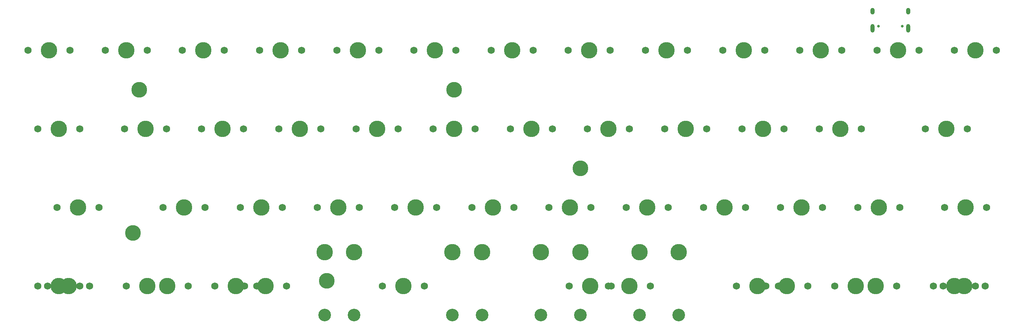
<source format=gbr>
%TF.GenerationSoftware,KiCad,Pcbnew,(7.99.0-267-g8440d7258b)*%
%TF.CreationDate,2023-05-07T03:38:39-07:00*%
%TF.ProjectId,minibaen r2,6d696e69-6261-4656-9e20-72322e6b6963,rev?*%
%TF.SameCoordinates,Original*%
%TF.FileFunction,Soldermask,Top*%
%TF.FilePolarity,Negative*%
%FSLAX46Y46*%
G04 Gerber Fmt 4.6, Leading zero omitted, Abs format (unit mm)*
G04 Created by KiCad (PCBNEW (7.99.0-267-g8440d7258b)) date 2023-05-07 03:38:39*
%MOMM*%
%LPD*%
G01*
G04 APERTURE LIST*
%ADD10C,1.750000*%
%ADD11C,3.987800*%
%ADD12C,3.048000*%
%ADD13C,3.800000*%
%ADD14C,0.650000*%
%ADD15O,1.000000X1.600000*%
%ADD16O,1.000000X2.100000*%
G04 APERTURE END LIST*
D10*
%TO.C,SW25*%
X212075000Y-19050000D03*
D11*
X217155000Y-19050000D03*
D10*
X222235000Y-19050000D03*
%TD*%
D12*
%TO.C,S4*%
X142875000Y-64135000D03*
D11*
X142875000Y-48895000D03*
D12*
X119062500Y-64135000D03*
D11*
X119062500Y-48895000D03*
%TD*%
D10*
%TO.C,SW35*%
X177050000Y-38100000D03*
D11*
X182130000Y-38100000D03*
D10*
X187210000Y-38100000D03*
%TD*%
%TO.C,SW21*%
X130268277Y-19050000D03*
D11*
X135348277Y-19050000D03*
D10*
X140428277Y-19050000D03*
%TD*%
%TO.C,SW31*%
X102330000Y-38100000D03*
D11*
X107410000Y-38100000D03*
D10*
X112490000Y-38100000D03*
%TD*%
%TO.C,SW39*%
X18732500Y-57150000D03*
D11*
X23812500Y-57150000D03*
D10*
X28892500Y-57150000D03*
%TD*%
%TO.C,SW53*%
X190182500Y-57150000D03*
D11*
X195262500Y-57150000D03*
D10*
X200342500Y-57150000D03*
%TD*%
%TO.C,SW28*%
X46290000Y-38100000D03*
D11*
X51370000Y-38100000D03*
D10*
X56450000Y-38100000D03*
%TD*%
%TO.C,SW23*%
X167710000Y-19050000D03*
D11*
X172790000Y-19050000D03*
D10*
X177870000Y-19050000D03*
%TD*%
%TO.C,SW19*%
X92990000Y-19050000D03*
D11*
X98070000Y-19050000D03*
D10*
X103150000Y-19050000D03*
%TD*%
%TO.C,SW7*%
X107000000Y0D03*
D11*
X112080000Y0D03*
D10*
X117160000Y0D03*
%TD*%
%TO.C,SW41*%
X80645000Y-57150000D03*
D11*
X85725000Y-57150000D03*
D10*
X90805000Y-57150000D03*
%TD*%
%TO.C,SW13*%
X219080000Y0D03*
D11*
X224160000Y0D03*
D10*
X229240000Y0D03*
%TD*%
D13*
%TO.C,H1*%
X21877500Y-9542500D03*
%TD*%
D10*
%TO.C,SW33*%
X139690000Y-38100000D03*
D11*
X144770000Y-38100000D03*
D10*
X149850000Y-38100000D03*
%TD*%
%TO.C,SW20*%
X111670000Y-19050000D03*
D11*
X116750000Y-19050000D03*
D10*
X121830000Y-19050000D03*
%TD*%
D12*
%TO.C,S2*%
X104775000Y-64135000D03*
D11*
X104775000Y-48895000D03*
D12*
X66675000Y-64135000D03*
D11*
X66675000Y-48895000D03*
%TD*%
D12*
%TO.C,S5*%
X97631250Y-64135000D03*
D11*
X97631250Y-48895000D03*
D12*
X73818750Y-64135000D03*
D11*
X73818750Y-48895000D03*
%TD*%
D10*
%TO.C,SW29*%
X64970000Y-38100000D03*
D11*
X70050000Y-38100000D03*
D10*
X75130000Y-38100000D03*
%TD*%
%TO.C,SW14*%
X-2745000Y-19050000D03*
D11*
X2335000Y-19050000D03*
D10*
X7415000Y-19050000D03*
%TD*%
%TO.C,SW15*%
X18270000Y-19050000D03*
D11*
X23350000Y-19050000D03*
D10*
X28430000Y-19050000D03*
%TD*%
D12*
%TO.C,S3*%
X97631250Y-64135000D03*
D11*
X97631250Y-48895000D03*
D12*
X73818750Y-64135000D03*
D11*
X73818750Y-48895000D03*
%TD*%
D10*
%TO.C,SW18*%
X74310000Y-19050000D03*
D11*
X79390000Y-19050000D03*
D10*
X84470000Y-19050000D03*
%TD*%
%TO.C,SW30*%
X83650000Y-38100000D03*
D11*
X88730000Y-38100000D03*
D10*
X93810000Y-38100000D03*
%TD*%
%TO.C,SW4*%
X50960000Y0D03*
D11*
X56040000Y0D03*
D10*
X61120000Y0D03*
%TD*%
%TO.C,SW5*%
X69640000Y0D03*
D11*
X74720000Y0D03*
D10*
X79800000Y0D03*
%TD*%
%TO.C,SW10*%
X163040000Y0D03*
D11*
X168120000Y0D03*
D10*
X173200000Y0D03*
%TD*%
%TO.C,SW36*%
X195730000Y-38100000D03*
D11*
X200810000Y-38100000D03*
D10*
X205890000Y-38100000D03*
%TD*%
%TO.C,SW9*%
X144360000Y0D03*
D11*
X149440000Y0D03*
D10*
X154520000Y0D03*
%TD*%
%TO.C,SW49*%
X47307500Y-57150000D03*
D11*
X52387500Y-57150000D03*
D10*
X57467500Y-57150000D03*
%TD*%
%TO.C,SW42*%
X135413750Y-57150000D03*
D11*
X140493750Y-57150000D03*
D10*
X145573750Y-57150000D03*
%TD*%
%TO.C,SW24*%
X186390000Y-19050000D03*
D11*
X191470000Y-19050000D03*
D10*
X196550000Y-19050000D03*
%TD*%
%TO.C,SW37*%
X216745000Y-38100000D03*
D11*
X221825000Y-38100000D03*
D10*
X226905000Y-38100000D03*
%TD*%
%TO.C,SW48*%
X23495000Y-57150000D03*
D11*
X28575000Y-57150000D03*
D10*
X33655000Y-57150000D03*
%TD*%
D13*
%TO.C,H2*%
X98077500Y-9542500D03*
%TD*%
D10*
%TO.C,SW45*%
X216376250Y-57150000D03*
D11*
X221456250Y-57150000D03*
D10*
X226536250Y-57150000D03*
%TD*%
%TO.C,SW34*%
X158370000Y-38100000D03*
D11*
X163450000Y-38100000D03*
D10*
X168530000Y-38100000D03*
%TD*%
%TO.C,SW26*%
X1925000Y-38100000D03*
D11*
X7005000Y-38100000D03*
D10*
X12085000Y-38100000D03*
%TD*%
%TO.C,SW3*%
X32280000Y0D03*
D11*
X37360000Y0D03*
D10*
X42440000Y0D03*
%TD*%
%TO.C,SW2*%
X13600000Y0D03*
D11*
X18680000Y0D03*
D10*
X23760000Y0D03*
%TD*%
%TO.C,SW54*%
X213995000Y-57150000D03*
D11*
X219075000Y-57150000D03*
D10*
X224155000Y-57150000D03*
%TD*%
%TO.C,SW47*%
X-317500Y-57150000D03*
D11*
X4762500Y-57150000D03*
D10*
X9842500Y-57150000D03*
%TD*%
D13*
%TO.C,H3*%
X128564800Y-28642500D03*
%TD*%
D10*
%TO.C,SW8*%
X125680000Y0D03*
D11*
X130760000Y0D03*
D10*
X135840000Y0D03*
%TD*%
%TO.C,SW40*%
X40163750Y-57150000D03*
D11*
X45243750Y-57150000D03*
D10*
X50323750Y-57150000D03*
%TD*%
%TO.C,SW17*%
X55630000Y-19050000D03*
D11*
X60710000Y-19050000D03*
D10*
X65790000Y-19050000D03*
%TD*%
%TO.C,SW16*%
X36950000Y-19050000D03*
D11*
X42030000Y-19050000D03*
D10*
X47110000Y-19050000D03*
%TD*%
%TO.C,SW51*%
X125888750Y-57150000D03*
D11*
X130968750Y-57150000D03*
D10*
X136048750Y-57150000D03*
%TD*%
D13*
%TO.C,H5*%
X67227500Y-55842400D03*
%TD*%
D12*
%TO.C,S1*%
X152400000Y-64135000D03*
D11*
X152400000Y-48895000D03*
D12*
X128587500Y-64135000D03*
D11*
X128587500Y-48895000D03*
%TD*%
D10*
%TO.C,SW32*%
X121010000Y-38100000D03*
D11*
X126090000Y-38100000D03*
D10*
X131170000Y-38100000D03*
%TD*%
%TO.C,SW44*%
X194945000Y-57150000D03*
D11*
X200025000Y-57150000D03*
D10*
X205105000Y-57150000D03*
%TD*%
D13*
%TO.C,H4*%
X20327500Y-44292400D03*
%TD*%
D10*
%TO.C,SW6*%
X88320000Y0D03*
D11*
X93400000Y0D03*
D10*
X98480000Y0D03*
%TD*%
%TO.C,SW11*%
X181720000Y0D03*
D11*
X186800000Y0D03*
D10*
X191880000Y0D03*
%TD*%
%TO.C,SW38*%
X-2698750Y-57150000D03*
D11*
X2381250Y-57150000D03*
D10*
X7461250Y-57150000D03*
%TD*%
%TO.C,SW22*%
X149030000Y-19050000D03*
D11*
X154110000Y-19050000D03*
D10*
X159190000Y-19050000D03*
%TD*%
%TO.C,SW1*%
X-5080000Y0D03*
D11*
X0Y0D03*
D10*
X5080000Y0D03*
%TD*%
%TO.C,SW27*%
X27610000Y-38100000D03*
D11*
X32690000Y-38100000D03*
D10*
X37770000Y-38100000D03*
%TD*%
%TO.C,SW12*%
X210560000Y0D03*
D11*
X205480000Y0D03*
D10*
X200400000Y0D03*
%TD*%
%TO.C,SW43*%
X173513750Y-57150000D03*
D11*
X178593750Y-57150000D03*
D10*
X183673750Y-57150000D03*
%TD*%
%TO.C,SW52*%
X166370000Y-57150000D03*
D11*
X171450000Y-57150000D03*
D10*
X176530000Y-57150000D03*
%TD*%
D14*
%TO.C,J1*%
X200731500Y5834000D03*
X206511500Y5834000D03*
D15*
X199301499Y9483999D03*
D16*
X199301499Y5303999D03*
D15*
X207941499Y9483999D03*
D16*
X207941499Y5303999D03*
%TD*%
M02*

</source>
